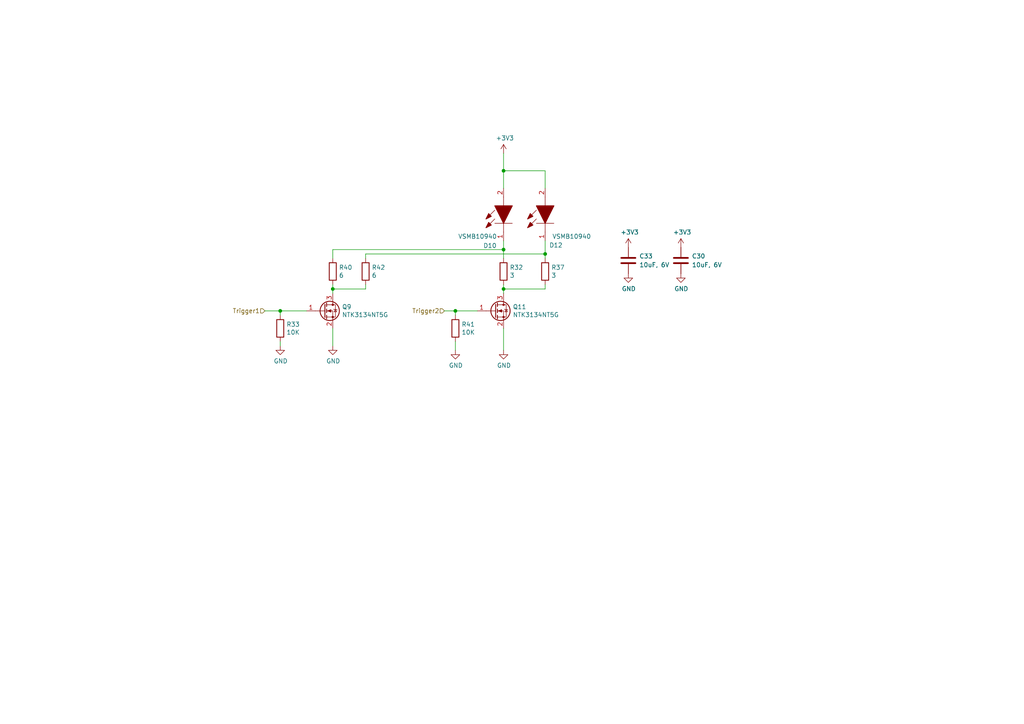
<source format=kicad_sch>
(kicad_sch (version 20211123) (generator eeschema)
  (paper "A4")
  (title_block (title "Infrared Emitter") (date "2019-09-17") (rev "1.0") (company "ISIR"))
  (lib_symbols
    (symbol "Device:C" (pin_numbers hide) (pin_names (offset 0.254))
      (property "Reference" "C" (at 0.635 2.54 0))
      (property "Value" "C" (at 0.635 -2.54 0))
      (symbol "C_0_1"
        (polyline (pts (xy -2.032 -0.762) (xy 2.032 -0.762)) (stroke (width 0.508)))
        (polyline (pts (xy -2.032 0.762) (xy 2.032 0.762)) (stroke (width 0.508)))
      )
      (symbol "C_1_1"
        (pin passive line (at 0 3.81 270) (length 2.794) (name "~") (number "1"))
        (pin passive line (at 0 -3.81 90) (length 2.794) (name "~") (number "2"))
      )
    )
    (symbol "Device:Q_NMOS_GSD" (pin_names (offset 0) hide)
      (property "Reference" "Q" (at 5.08 1.27 0))
      (property "Value" "Device_Q_NMOS_GSD" (at 5.08 -1.27 0))
      (symbol "Q_NMOS_GSD_0_1"
        (polyline (pts (xy 0.254 0) (xy -2.54 0)))
        (polyline (pts (xy 0.254 1.905) (xy 0.254 -1.905)) (stroke (width 0.254)))
        (polyline (pts (xy 0.762 -1.27) (xy 0.762 -2.286)) (stroke (width 0.254)))
        (polyline (pts (xy 0.762 0.508) (xy 0.762 -0.508)) (stroke (width 0.254)))
        (polyline (pts (xy 0.762 2.286) (xy 0.762 1.27)) (stroke (width 0.254)))
        (polyline (pts (xy 2.54 2.54) (xy 2.54 1.778)))
        (polyline (pts (xy 2.54 -2.54) (xy 2.54 0) (xy 0.762 0)))
        (polyline (pts (xy 0.762 -1.778) (xy 3.302 -1.778) (xy 3.302 1.778) (xy 0.762 1.778)))
        (polyline (pts (xy 1.016 0) (xy 2.032 0.381) (xy 2.032 -0.381) (xy 1.016 0)) (fill (type outline)))
        (polyline (pts (xy 2.794 0.508) (xy 2.921 0.381) (xy 3.683 0.381) (xy 3.81 0.254)))
        (polyline (pts (xy 3.302 0.381) (xy 2.921 -0.254) (xy 3.683 -0.254) (xy 3.302 0.381)))
        (circle (center 1.651 0) (radius 2.794) (stroke (width 0.254)))
        (circle (center 2.54 -1.778) (radius 0.254) (fill (type outline)))
        (circle (center 2.54 1.778) (radius 0.254) (fill (type outline)))
      )
      (symbol "Q_NMOS_GSD_1_1"
        (pin input line (at -5.08 0 0) (length 2.54) (name "G") (number "1"))
        (pin passive line (at 2.54 -5.08 90) (length 2.54) (name "S") (number "2"))
        (pin passive line (at 2.54 5.08 270) (length 2.54) (name "D") (number "3"))
      )
    )
    (symbol "Device:R" (pin_numbers hide) (pin_names (offset 0))
      (property "Reference" "R" (at 2.032 0 90))
      (property "Value" "Device_R" (at 0 0 90))
      (symbol "R_0_1"
        (rectangle (start -1.016 -2.54) (end 1.016 2.54) (stroke (width 0.254)))
      )
      (symbol "R_1_1"
        (pin passive line (at 0 3.81 270) (length 1.27) (name "~") (number "1"))
        (pin passive line (at 0 -3.81 90) (length 1.27) (name "~") (number "2"))
      )
    )
    (symbol "VSMB1940X01:VSMB1940X01" (pin_names (offset 0.762))
      (property "Reference" "LED" (at 12.7 8.89 0))
      (property "Value" "VSMB1940X01" (at 12.7 6.35 0))
      (symbol "VSMB1940X01_0_0"
        (pin passive line (at 0 0 0) (length 2.54) (name "~") (number "1"))
        (pin passive line (at 15.24 0 180) (length 2.54) (name "~") (number "2"))
      )
      (symbol "VSMB1940X01_0_1"
        (polyline (pts (xy 2.54 0) (xy 5.08 0)) (stroke (width 0.1524)))
        (polyline (pts (xy 5.08 2.54) (xy 5.08 -2.54)) (stroke (width 0.1524)))
        (polyline (pts (xy 6.35 2.54) (xy 3.81 5.08)) (stroke (width 0.1524)))
        (polyline (pts (xy 8.89 2.54) (xy 6.35 5.08)) (stroke (width 0.1524)))
        (polyline (pts (xy 10.16 0) (xy 12.7 0)) (stroke (width 0.1524)))
        (polyline (pts (xy 5.08 0) (xy 10.16 2.54) (xy 10.16 -2.54) (xy 5.08 0)) (stroke (width 0.254)) (fill (type outline)))
        (polyline (pts (xy 5.334 4.318) (xy 4.572 3.556) (xy 3.81 5.08) (xy 5.334 4.318)) (stroke (width 0.254)) (fill (type outline)))
        (polyline (pts (xy 7.874 4.318) (xy 7.112 3.556) (xy 6.35 5.08) (xy 7.874 4.318)) (stroke (width 0.254)) (fill (type outline)))
      )
    )
    (symbol "power:+3V3" (power) (pin_names (offset 0))
      (property "Value" "power_+3V3" (at 0 3.556 0))
      (symbol "+3V3_0_1"
        (polyline (pts (xy -0.762 1.27) (xy 0 2.54)))
        (polyline (pts (xy 0 0) (xy 0 2.54)))
        (polyline (pts (xy 0 2.54) (xy 0.762 1.27)))
      )
      (symbol "+3V3_1_1"
        (pin power_in line (at 0 0 90) (length 0) hide (name "+3V3") (number "1"))
      )
    )
    (symbol "power:GND" (power) (pin_names (offset 0))
      (property "Value" "power_GND" (at 0 -3.81 0))
      (symbol "GND_0_1"
        (polyline (pts (xy 0 0) (xy 0 -1.27) (xy 1.27 -1.27) (xy 0 -2.54) (xy -1.27 -1.27) (xy 0 -1.27)))
      )
      (symbol "GND_1_1"
        (pin power_in line (at 0 0 270) (length 0) hide (name "GND") (number "1"))
      )
    )
  )
  (junction (at 132.08 90.17))
  (junction (at 146.05 49.53))
  (junction (at 146.05 72.39))
  (junction (at 96.52 83.82))
  (junction (at 158.115 73.66))
  (junction (at 146.05 83.82))
  (junction (at 81.28 90.17))
  (wire (pts (xy 81.28 91.44) (xy 81.28 90.17)))
  (wire (pts (xy 81.28 90.17) (xy 76.835 90.17)))
  (wire (pts (xy 106.045 82.55) (xy 106.045 83.82)))
  (wire (pts (xy 146.05 85.09) (xy 146.05 83.82)))
  (wire (pts (xy 132.08 99.06) (xy 132.08 101.6)))
  (wire (pts (xy 81.28 99.06) (xy 81.28 100.33)))
  (wire (pts (xy 96.52 72.39) (xy 146.05 72.39)))
  (wire (pts (xy 146.05 95.25) (xy 146.05 101.6)))
  (wire (pts (xy 96.52 83.82) (xy 96.52 82.55)))
  (wire (pts (xy 96.52 74.93) (xy 96.52 72.39)))
  (wire (pts (xy 146.05 49.53) (xy 146.05 44.45)))
  (wire (pts (xy 158.115 69.85) (xy 158.115 73.66)))
  (wire (pts (xy 106.045 73.66) (xy 158.115 73.66)))
  (wire (pts (xy 146.05 49.53) (xy 146.05 54.61)))
  (wire (pts (xy 96.52 85.09) (xy 96.52 83.82)))
  (wire (pts (xy 158.115 82.55) (xy 158.115 83.82)))
  (wire (pts (xy 146.05 69.85) (xy 146.05 72.39)))
  (wire (pts (xy 106.045 83.82) (xy 96.52 83.82)))
  (wire (pts (xy 158.115 83.82) (xy 146.05 83.82)))
  (wire (pts (xy 146.05 72.39) (xy 146.05 74.93)))
  (wire (pts (xy 138.43 90.17) (xy 132.08 90.17)))
  (wire (pts (xy 88.9 90.17) (xy 81.28 90.17)))
  (wire (pts (xy 132.08 91.44) (xy 132.08 90.17)))
  (wire (pts (xy 132.08 90.17) (xy 128.905 90.17)))
  (wire (pts (xy 158.115 73.66) (xy 158.115 74.93)))
  (wire (pts (xy 96.52 95.25) (xy 96.52 100.33)))
  (wire (pts (xy 158.115 54.61) (xy 158.115 49.53)))
  (wire (pts (xy 158.115 49.53) (xy 146.05 49.53)))
  (wire (pts (xy 146.05 83.82) (xy 146.05 82.55)))
  (wire (pts (xy 106.045 74.93) (xy 106.045 73.66)))
  (hierarchical_label "Trigger1" (shape input) (at 76.835 90.17 180))
  (hierarchical_label "Trigger2" (shape input) (at 128.905 90.17 180))
  (symbol (lib_id "Device:R") (at 146.05 78.74 0) (unit 1)
    (property "Reference" "R32" (at 147.828 77.5716 0) (effects (justify left)))
    (property "Value" "3" (at 147.828 79.883 0) (effects (justify left)))
    (property "Footprint" "Resistor_SMD:R_0603_1608Metric" (effects hide))
  )
  (symbol (lib_id "power:+3V3") (at 146.05 44.45 0) (unit 1)
    (property "Reference" "#PWR091" (effects hide))
    (property "Value" "+3V3" (at 146.431 40.0558 0))
  )
  (symbol (lib_id "VSMB1940X01:VSMB1940X01") (at 146.05 69.85 90) (unit 1)
    (property "Reference" "D10" (at 144.0688 71.247 90) (effects (justify left)))
    (property "Value" "VSMB10940" (at 144.145 68.58 90) (effects (justify left)))
    (property "Footprint" "Footprints:VSMB10940" (effects hide))
    (property "Datasheet" "http://www.vishay.com/docs/81933/vsmb1940.pdf" (effects hide))
    (property "Description" "Vishay VSMB1940X01 IR LED, 940nm, 2-Pin SMD 0805, 2 x 1.25 x 0.85mm" (effects hide))
    (property "Manufacturer_Name" "Vishay" (effects hide))
    (property "Manufacturer_Part_Number" "VSMB1940X01" (effects hide))
    (property "Mouser Part Number" "782-VSMB1940X01" (effects hide))
    (property "Mouser Price/Stock" "https://www.mouser.co.uk/ProductDetail/Vishay-Semiconductors/VSMB1940X01?qs=EvRzT9Rf7CYxu0wwgby0sw%3D%3D" (effects hide))
    (property "Arrow Part Number" "VSMB1940X01" (effects hide))
    (property "Arrow Price/Stock" "https://www.arrow.com/en/products/vsmb1940x01/vishay" (effects hide))
  )
  (symbol (lib_id "power:GND") (at 146.05 101.6 0) (unit 1)
    (property "Reference" "#PWR092" (effects hide))
    (property "Value" "GND" (at 146.177 105.9942 0))
  )
  (symbol (lib_id "Device:Q_NMOS_GSD") (at 143.51 90.17 0) (unit 1)
    (property "Reference" "Q11" (at 148.717 89.0016 0) (effects (justify left)))
    (property "Value" "NTK3134NT5G" (at 148.717 91.313 0) (effects (justify left)))
    (property "Footprint" "Footprints:SOT-723" (effects hide))
    (property "Datasheet" "https://www.onsemi.com/pdf/datasheet/ntk3134n-d.pdf" (effects hide))
    (property "Manufacturer" "On semiconductor" (effects hide))
  )
  (symbol (lib_id "Device:R") (at 96.52 78.74 0) (unit 1)
    (property "Reference" "R40" (at 98.298 77.5716 0) (effects (justify left)))
    (property "Value" "6" (at 98.298 79.883 0) (effects (justify left)))
    (property "Footprint" "Resistor_SMD:R_0603_1608Metric" (effects hide))
  )
  (symbol (lib_id "power:GND") (at 96.52 100.33 0) (unit 1)
    (property "Reference" "#PWR089" (effects hide))
    (property "Value" "GND" (at 96.647 104.7242 0))
  )
  (symbol (lib_id "Device:R") (at 132.08 95.25 0) (unit 1)
    (property "Reference" "R41" (at 133.858 94.0816 0) (effects (justify left)))
    (property "Value" "10K" (at 133.858 96.393 0) (effects (justify left)))
    (property "Footprint" "Resistor_SMD:R_0402_1005Metric" (effects hide))
  )
  (symbol (lib_id "power:GND") (at 132.08 101.6 0) (unit 1)
    (property "Reference" "#PWR090" (effects hide))
    (property "Value" "GND" (at 132.207 105.9942 0))
  )
  (symbol (lib_id "Device:R") (at 81.28 95.25 0) (unit 1)
    (property "Reference" "R33" (at 83.058 94.0816 0) (effects (justify left)))
    (property "Value" "10K" (at 83.058 96.393 0) (effects (justify left)))
    (property "Footprint" "Resistor_SMD:R_0402_1005Metric" (effects hide))
  )
  (symbol (lib_id "power:GND") (at 81.28 100.33 0) (unit 1)
    (property "Reference" "#PWR088" (effects hide))
    (property "Value" "GND" (at 81.407 104.7242 0))
  )
  (symbol (lib_id "Device:Q_NMOS_GSD") (at 93.98 90.17 0) (unit 1)
    (property "Reference" "Q9" (at 99.187 89.0016 0) (effects (justify left)))
    (property "Value" "NTK3134NT5G" (at 99.187 91.313 0) (effects (justify left)))
    (property "Footprint" "Footprints:SOT-723" (effects hide))
    (property "Datasheet" "https://www.onsemi.com/pdf/datasheet/ntk3134n-d.pdf" (effects hide))
    (property "Manufacturer" "On semiconductor" (effects hide))
  )
  (symbol (lib_id "VSMB1940X01:VSMB1940X01") (at 158.115 69.85 90) (unit 1)
    (property "Reference" "D12" (at 163.195 71.12 90) (effects (justify left)))
    (property "Value" "VSMB10940" (at 171.45 68.58 90) (effects (justify left)))
    (property "Footprint" "Footprints:VSMB10940" (effects hide))
    (property "Datasheet" "http://www.vishay.com/docs/81933/vsmb1940.pdf" (effects hide))
    (property "Description" "Vishay VSMB1940X01 IR LED, 940nm, 2-Pin SMD 0805, 2 x 1.25 x 0.85mm" (effects hide))
    (property "Manufacturer_Name" "Vishay" (effects hide))
    (property "Manufacturer_Part_Number" "VSMB1940X01" (effects hide))
    (property "Mouser Part Number" "782-VSMB1940X01" (effects hide))
    (property "Mouser Price/Stock" "https://www.mouser.co.uk/ProductDetail/Vishay-Semiconductors/VSMB1940X01?qs=EvRzT9Rf7CYxu0wwgby0sw%3D%3D" (effects hide))
    (property "Arrow Part Number" "VSMB1940X01" (effects hide))
    (property "Arrow Price/Stock" "https://www.arrow.com/en/products/vsmb1940x01/vishay" (effects hide))
  )
  (symbol (lib_id "power:+3V3") (at 197.485 71.755 0) (unit 1)
    (property "Reference" "#PWR095" (effects hide))
    (property "Value" "+3V3" (at 197.866 67.3608 0))
  )
  (symbol (lib_id "power:GND") (at 197.485 79.375 0) (unit 1)
    (property "Reference" "#PWR096" (effects hide))
    (property "Value" "GND" (at 197.612 83.7692 0))
  )
  (symbol (lib_id "Device:R") (at 158.115 78.74 0) (unit 1)
    (property "Reference" "R37" (at 159.893 77.5716 0) (effects (justify left)))
    (property "Value" "3" (at 159.893 79.883 0) (effects (justify left)))
    (property "Footprint" "Resistor_SMD:R_0603_1608Metric" (effects hide))
  )
  (symbol (lib_id "Device:C") (at 197.485 75.565 0) (unit 1)
    (property "Reference" "C30" (at 200.66 74.2949 0) (effects (justify left)))
    (property "Value" "10uF, 6V" (at 200.66 76.8349 0) (effects (justify left)))
    (property "Footprint" "Capacitor_SMD:C_0603_1608Metric" (effects hide))
  )
  (symbol (lib_id "power:GND") (at 182.245 79.375 0) (unit 1)
    (property "Reference" "#PWR094" (effects hide))
    (property "Value" "GND" (at 182.372 83.7692 0))
  )
  (symbol (lib_id "Device:C") (at 182.245 75.565 0) (unit 1)
    (property "Reference" "C33" (at 185.42 74.2949 0) (effects (justify left)))
    (property "Value" "10uF, 6V" (at 185.42 76.8349 0) (effects (justify left)))
    (property "Footprint" "Capacitor_SMD:C_0603_1608Metric" (effects hide))
  )
  (symbol (lib_id "Device:R") (at 106.045 78.74 0) (unit 1)
    (property "Reference" "R42" (at 107.823 77.5716 0) (effects (justify left)))
    (property "Value" "6" (at 107.823 79.883 0) (effects (justify left)))
    (property "Footprint" "Resistor_SMD:R_0603_1608Metric" (effects hide))
  )
  (symbol (lib_id "power:+3V3") (at 182.245 71.755 0) (unit 1)
    (property "Reference" "#PWR093" (effects hide))
    (property "Value" "+3V3" (at 182.626 67.3608 0))
  )
)
</source>
